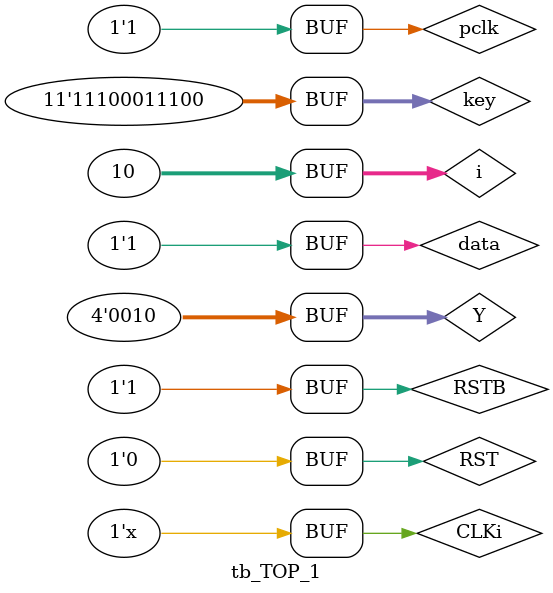
<source format=v>
`timescale 1ns / 1ps


module tb_TOP_1;

	// Inputs
	reg CLKi;
	reg RST;
	reg pclk;
	reg data;

	reg [3:0] Y;

	// Outputs
	wire [7:0] X;
	wire [6:0] keyMatrix;

	wire dataout;
	wire clkout;
	reg [10:0] key;
	integer i;
	
	
	
	// Instantiate the Unit Under Test (UUT)
	
	ps2Top_MSX uut (
    .CLKi(CLKi), 
    .RST(RST), 
    .pclk(pclk), 
    .data(data), 
    .Y(Y), 
    .X(X), 
    .dataout(dataout), 
    .clkout(clkout)
    );

	always #50 CLKi = ~CLKi;
	
	assign RSTB = !RST;
	
	initial begin
		// Initialize Inputs
		CLKi = 0;
		RST = 1;
		pclk = 1;
		data = 1;
		Y = 4'b0010;

		key = 11'h1c | 11'b111_0000_0000;	// A
		

		// Wait 100 ns for global reset to finish
		// A
		#100 RST = 0;
		
		#525	data = 0;
		#250	pclk = 0;	// Start Bit
		
		for (i = 0; i< 10; i=i+1)
		begin
			#500 pclk = 1;
			#250 data = key[i];
			#250 pclk = 0;
		end
		
		#500 pclk = 1;



		// A ! Key Break
		key = 11'hf0 | 11'b111_0000_0000;
		#10_000 ;
		
		data = 0;
		#250	pclk = 0;	// Start Bit
		
		for (i = 0; i< 10; i=i+1)
		begin
			#500 pclk = 1;
			#250 data = key[i];
			#250 pclk = 0;
		end
		
		#500 pclk = 1;
		
		// A ! Key Break
		key = 11'h1C | 11'b111_0000_0000;
		#10_000 ;
		
		data = 0;
		#250	pclk = 0;	// Start Bit
		
		for (i = 0; i< 10; i=i+1)
		begin
			#500 pclk = 1;
			#250 data = key[i];
			#250 pclk = 0;
		end
		
		#500 pclk = 1;
		
		#500 Y=4'h2;

		
		
		

	end
      
endmodule


</source>
